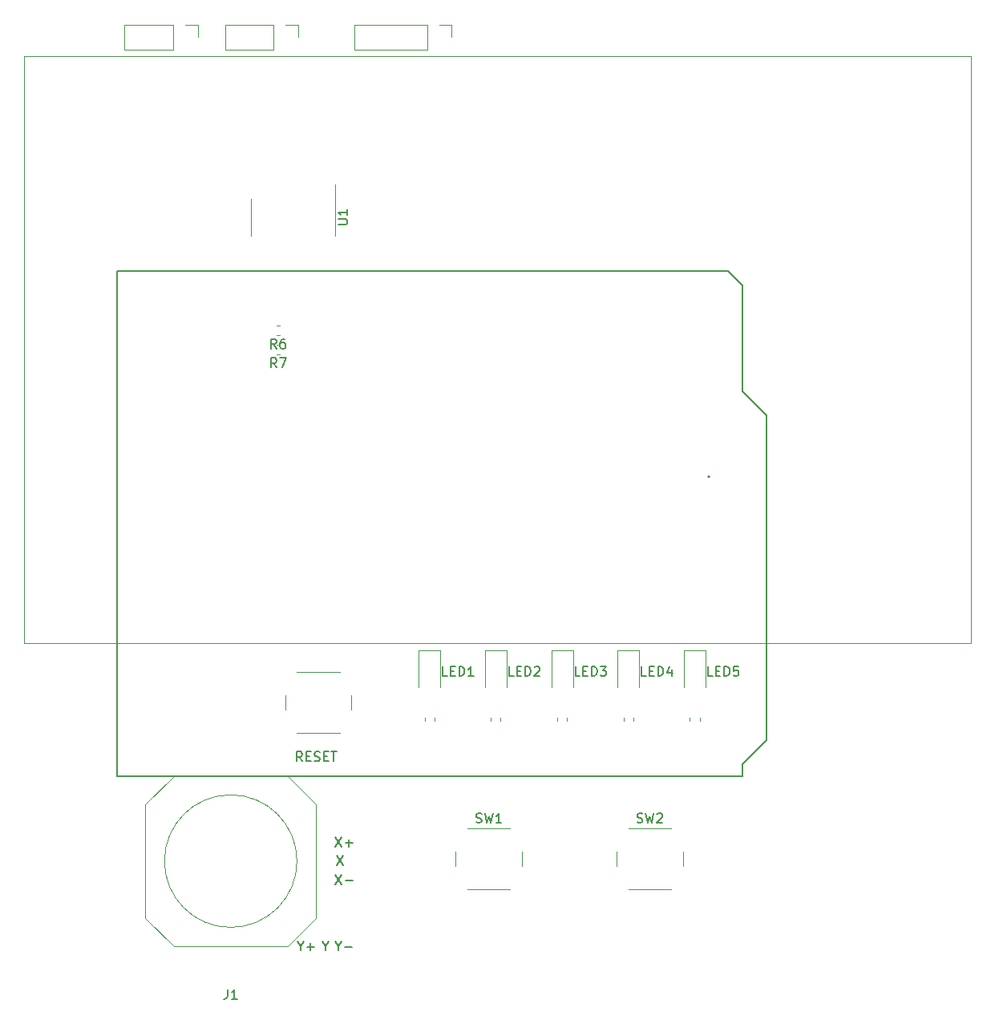
<source format=gbr>
G04 #@! TF.GenerationSoftware,KiCad,Pcbnew,5.1.5-52549c5~84~ubuntu19.04.1*
G04 #@! TF.CreationDate,2020-03-06T00:22:37-06:00*
G04 #@! TF.ProjectId,arduino-lab,61726475-696e-46f2-9d6c-61622e6b6963,rev?*
G04 #@! TF.SameCoordinates,Original*
G04 #@! TF.FileFunction,Legend,Top*
G04 #@! TF.FilePolarity,Positive*
%FSLAX46Y46*%
G04 Gerber Fmt 4.6, Leading zero omitted, Abs format (unit mm)*
G04 Created by KiCad (PCBNEW 5.1.5-52549c5~84~ubuntu19.04.1) date 2020-03-06 00:22:37*
%MOMM*%
%LPD*%
G04 APERTURE LIST*
%ADD10C,0.150000*%
%ADD11C,0.120000*%
G04 APERTURE END LIST*
D10*
X84547619Y-112452380D02*
X84214285Y-111976190D01*
X83976190Y-112452380D02*
X83976190Y-111452380D01*
X84357142Y-111452380D01*
X84452380Y-111500000D01*
X84500000Y-111547619D01*
X84547619Y-111642857D01*
X84547619Y-111785714D01*
X84500000Y-111880952D01*
X84452380Y-111928571D01*
X84357142Y-111976190D01*
X83976190Y-111976190D01*
X84976190Y-111928571D02*
X85309523Y-111928571D01*
X85452380Y-112452380D02*
X84976190Y-112452380D01*
X84976190Y-111452380D01*
X85452380Y-111452380D01*
X85833333Y-112404761D02*
X85976190Y-112452380D01*
X86214285Y-112452380D01*
X86309523Y-112404761D01*
X86357142Y-112357142D01*
X86404761Y-112261904D01*
X86404761Y-112166666D01*
X86357142Y-112071428D01*
X86309523Y-112023809D01*
X86214285Y-111976190D01*
X86023809Y-111928571D01*
X85928571Y-111880952D01*
X85880952Y-111833333D01*
X85833333Y-111738095D01*
X85833333Y-111642857D01*
X85880952Y-111547619D01*
X85928571Y-111500000D01*
X86023809Y-111452380D01*
X86261904Y-111452380D01*
X86404761Y-111500000D01*
X86833333Y-111928571D02*
X87166666Y-111928571D01*
X87309523Y-112452380D02*
X86833333Y-112452380D01*
X86833333Y-111452380D01*
X87309523Y-111452380D01*
X87595238Y-111452380D02*
X88166666Y-111452380D01*
X87880952Y-112452380D02*
X87880952Y-111452380D01*
D11*
X82162779Y-68490000D02*
X81837221Y-68490000D01*
X82162779Y-69510000D02*
X81837221Y-69510000D01*
X82162779Y-66490000D02*
X81837221Y-66490000D01*
X82162779Y-67510000D02*
X81837221Y-67510000D01*
X55200000Y-38000000D02*
X55200000Y-100000000D01*
X155200000Y-38000000D02*
X55200000Y-38000000D01*
X155200000Y-100000000D02*
X155200000Y-38000000D01*
X55200000Y-100000000D02*
X155200000Y-100000000D01*
D10*
X65000000Y-60660000D02*
X129516000Y-60660000D01*
X65000000Y-114000000D02*
X131040000Y-114000000D01*
X129516000Y-60660000D02*
X131040000Y-62184000D01*
X131040000Y-114000000D02*
X131040000Y-112730000D01*
X131040000Y-112730000D02*
X133580000Y-110190000D01*
X133580000Y-110190000D02*
X133580000Y-75900000D01*
X133580000Y-75900000D02*
X131040000Y-73360000D01*
X131040000Y-73360000D02*
X131040000Y-62184000D01*
X65000000Y-60660000D02*
X65000000Y-114000000D01*
D11*
X88035000Y-55000000D02*
X88035000Y-51550000D01*
X88035000Y-55000000D02*
X88035000Y-56950000D01*
X79165000Y-55000000D02*
X79165000Y-53050000D01*
X79165000Y-55000000D02*
X79165000Y-56950000D01*
X82750000Y-105500000D02*
X82750000Y-107000000D01*
X84000000Y-109500000D02*
X88500000Y-109500000D01*
X89750000Y-107000000D02*
X89750000Y-105500000D01*
X88500000Y-103000000D02*
X84000000Y-103000000D01*
X124750000Y-123500000D02*
X124750000Y-122000000D01*
X123500000Y-119500000D02*
X119000000Y-119500000D01*
X117750000Y-122000000D02*
X117750000Y-123500000D01*
X119000000Y-126000000D02*
X123500000Y-126000000D01*
X107750000Y-123500000D02*
X107750000Y-122000000D01*
X106500000Y-119500000D02*
X102000000Y-119500000D01*
X100750000Y-122000000D02*
X100750000Y-123500000D01*
X102000000Y-126000000D02*
X106500000Y-126000000D01*
X125490000Y-107837221D02*
X125490000Y-108162779D01*
X126510000Y-107837221D02*
X126510000Y-108162779D01*
X118490000Y-107837221D02*
X118490000Y-108162779D01*
X119510000Y-107837221D02*
X119510000Y-108162779D01*
X111490000Y-107837221D02*
X111490000Y-108162779D01*
X112510000Y-107837221D02*
X112510000Y-108162779D01*
X104490000Y-107837221D02*
X104490000Y-108162779D01*
X105510000Y-107837221D02*
X105510000Y-108162779D01*
X97490000Y-107837221D02*
X97490000Y-108162779D01*
X98510000Y-107837221D02*
X98510000Y-108162779D01*
X100330000Y-34670000D02*
X100330000Y-36000000D01*
X99000000Y-34670000D02*
X100330000Y-34670000D01*
X97730000Y-34670000D02*
X97730000Y-37330000D01*
X97730000Y-37330000D02*
X90050000Y-37330000D01*
X97730000Y-34670000D02*
X90050000Y-34670000D01*
X90050000Y-34670000D02*
X90050000Y-37330000D01*
X84130000Y-34670000D02*
X84130000Y-36000000D01*
X82800000Y-34670000D02*
X84130000Y-34670000D01*
X81530000Y-34670000D02*
X81530000Y-37330000D01*
X81530000Y-37330000D02*
X76390000Y-37330000D01*
X81530000Y-34670000D02*
X76390000Y-34670000D01*
X76390000Y-34670000D02*
X76390000Y-37330000D01*
X73530000Y-34670000D02*
X73530000Y-36000000D01*
X72200000Y-34670000D02*
X73530000Y-34670000D01*
X70930000Y-34670000D02*
X70930000Y-37330000D01*
X70930000Y-37330000D02*
X65790000Y-37330000D01*
X70930000Y-34670000D02*
X65790000Y-34670000D01*
X65790000Y-34670000D02*
X65790000Y-37330000D01*
X83000000Y-132000000D02*
X86000000Y-129000000D01*
X71000000Y-132000000D02*
X83000000Y-132000000D01*
X68000000Y-129000000D02*
X71000000Y-132000000D01*
X68000000Y-117000000D02*
X68000000Y-129000000D01*
X71000000Y-114000000D02*
X68000000Y-117000000D01*
X83000000Y-114000000D02*
X71000000Y-114000000D01*
X86000000Y-117000000D02*
X83000000Y-114000000D01*
X86000000Y-129000000D02*
X86000000Y-117000000D01*
X84000000Y-123000000D02*
G75*
G03X84000000Y-123000000I-7000000J0D01*
G01*
X124865000Y-100715000D02*
X124865000Y-104600000D01*
X127135000Y-100715000D02*
X124865000Y-100715000D01*
X127135000Y-104600000D02*
X127135000Y-100715000D01*
X117865000Y-100715000D02*
X117865000Y-104600000D01*
X120135000Y-100715000D02*
X117865000Y-100715000D01*
X120135000Y-104600000D02*
X120135000Y-100715000D01*
X110865000Y-100715000D02*
X110865000Y-104600000D01*
X113135000Y-100715000D02*
X110865000Y-100715000D01*
X113135000Y-104600000D02*
X113135000Y-100715000D01*
X103865000Y-100715000D02*
X103865000Y-104600000D01*
X106135000Y-100715000D02*
X103865000Y-100715000D01*
X106135000Y-104600000D02*
X106135000Y-100715000D01*
X96865000Y-100715000D02*
X96865000Y-104600000D01*
X99135000Y-100715000D02*
X96865000Y-100715000D01*
X99135000Y-104600000D02*
X99135000Y-100715000D01*
D10*
X81833333Y-70882380D02*
X81500000Y-70406190D01*
X81261904Y-70882380D02*
X81261904Y-69882380D01*
X81642857Y-69882380D01*
X81738095Y-69930000D01*
X81785714Y-69977619D01*
X81833333Y-70072857D01*
X81833333Y-70215714D01*
X81785714Y-70310952D01*
X81738095Y-70358571D01*
X81642857Y-70406190D01*
X81261904Y-70406190D01*
X82166666Y-69882380D02*
X82833333Y-69882380D01*
X82404761Y-70882380D01*
X81833333Y-68882380D02*
X81500000Y-68406190D01*
X81261904Y-68882380D02*
X81261904Y-67882380D01*
X81642857Y-67882380D01*
X81738095Y-67930000D01*
X81785714Y-67977619D01*
X81833333Y-68072857D01*
X81833333Y-68215714D01*
X81785714Y-68310952D01*
X81738095Y-68358571D01*
X81642857Y-68406190D01*
X81261904Y-68406190D01*
X82690476Y-67882380D02*
X82500000Y-67882380D01*
X82404761Y-67930000D01*
X82357142Y-67977619D01*
X82261904Y-68120476D01*
X82214285Y-68310952D01*
X82214285Y-68691904D01*
X82261904Y-68787142D01*
X82309523Y-68834761D01*
X82404761Y-68882380D01*
X82595238Y-68882380D01*
X82690476Y-68834761D01*
X82738095Y-68787142D01*
X82785714Y-68691904D01*
X82785714Y-68453809D01*
X82738095Y-68358571D01*
X82690476Y-68310952D01*
X82595238Y-68263333D01*
X82404761Y-68263333D01*
X82309523Y-68310952D01*
X82261904Y-68358571D01*
X82214285Y-68453809D01*
X127484000Y-82353142D02*
X127531619Y-82400761D01*
X127484000Y-82448380D01*
X127436380Y-82400761D01*
X127484000Y-82353142D01*
X127484000Y-82448380D01*
X88332380Y-55761904D02*
X89141904Y-55761904D01*
X89237142Y-55714285D01*
X89284761Y-55666666D01*
X89332380Y-55571428D01*
X89332380Y-55380952D01*
X89284761Y-55285714D01*
X89237142Y-55238095D01*
X89141904Y-55190476D01*
X88332380Y-55190476D01*
X89332380Y-54190476D02*
X89332380Y-54761904D01*
X89332380Y-54476190D02*
X88332380Y-54476190D01*
X88475238Y-54571428D01*
X88570476Y-54666666D01*
X88618095Y-54761904D01*
X119916666Y-118904761D02*
X120059523Y-118952380D01*
X120297619Y-118952380D01*
X120392857Y-118904761D01*
X120440476Y-118857142D01*
X120488095Y-118761904D01*
X120488095Y-118666666D01*
X120440476Y-118571428D01*
X120392857Y-118523809D01*
X120297619Y-118476190D01*
X120107142Y-118428571D01*
X120011904Y-118380952D01*
X119964285Y-118333333D01*
X119916666Y-118238095D01*
X119916666Y-118142857D01*
X119964285Y-118047619D01*
X120011904Y-118000000D01*
X120107142Y-117952380D01*
X120345238Y-117952380D01*
X120488095Y-118000000D01*
X120821428Y-117952380D02*
X121059523Y-118952380D01*
X121250000Y-118238095D01*
X121440476Y-118952380D01*
X121678571Y-117952380D01*
X122011904Y-118047619D02*
X122059523Y-118000000D01*
X122154761Y-117952380D01*
X122392857Y-117952380D01*
X122488095Y-118000000D01*
X122535714Y-118047619D01*
X122583333Y-118142857D01*
X122583333Y-118238095D01*
X122535714Y-118380952D01*
X121964285Y-118952380D01*
X122583333Y-118952380D01*
X102916666Y-118904761D02*
X103059523Y-118952380D01*
X103297619Y-118952380D01*
X103392857Y-118904761D01*
X103440476Y-118857142D01*
X103488095Y-118761904D01*
X103488095Y-118666666D01*
X103440476Y-118571428D01*
X103392857Y-118523809D01*
X103297619Y-118476190D01*
X103107142Y-118428571D01*
X103011904Y-118380952D01*
X102964285Y-118333333D01*
X102916666Y-118238095D01*
X102916666Y-118142857D01*
X102964285Y-118047619D01*
X103011904Y-118000000D01*
X103107142Y-117952380D01*
X103345238Y-117952380D01*
X103488095Y-118000000D01*
X103821428Y-117952380D02*
X104059523Y-118952380D01*
X104250000Y-118238095D01*
X104440476Y-118952380D01*
X104678571Y-117952380D01*
X105583333Y-118952380D02*
X105011904Y-118952380D01*
X105297619Y-118952380D02*
X105297619Y-117952380D01*
X105202380Y-118095238D01*
X105107142Y-118190476D01*
X105011904Y-118238095D01*
X76666666Y-136549380D02*
X76666666Y-137263666D01*
X76619047Y-137406523D01*
X76523809Y-137501761D01*
X76380952Y-137549380D01*
X76285714Y-137549380D01*
X77666666Y-137549380D02*
X77095238Y-137549380D01*
X77380952Y-137549380D02*
X77380952Y-136549380D01*
X77285714Y-136692238D01*
X77190476Y-136787476D01*
X77095238Y-136835095D01*
X88380952Y-131976190D02*
X88380952Y-132452380D01*
X88047619Y-131452380D02*
X88380952Y-131976190D01*
X88714285Y-131452380D01*
X89047619Y-132071428D02*
X89809523Y-132071428D01*
X87000000Y-131976190D02*
X87000000Y-132452380D01*
X86666666Y-131452380D02*
X87000000Y-131976190D01*
X87333333Y-131452380D01*
X84380952Y-131976190D02*
X84380952Y-132452380D01*
X84047619Y-131452380D02*
X84380952Y-131976190D01*
X84714285Y-131452380D01*
X85047619Y-132071428D02*
X85809523Y-132071428D01*
X85428571Y-132452380D02*
X85428571Y-131690476D01*
X88047619Y-124452380D02*
X88714285Y-125452380D01*
X88714285Y-124452380D02*
X88047619Y-125452380D01*
X89095238Y-125071428D02*
X89857142Y-125071428D01*
X88166666Y-122452380D02*
X88833333Y-123452380D01*
X88833333Y-122452380D02*
X88166666Y-123452380D01*
X88047619Y-120452380D02*
X88714285Y-121452380D01*
X88714285Y-120452380D02*
X88047619Y-121452380D01*
X89095238Y-121071428D02*
X89857142Y-121071428D01*
X89476190Y-121452380D02*
X89476190Y-120690476D01*
X127880952Y-103452380D02*
X127404761Y-103452380D01*
X127404761Y-102452380D01*
X128214285Y-102928571D02*
X128547619Y-102928571D01*
X128690476Y-103452380D02*
X128214285Y-103452380D01*
X128214285Y-102452380D01*
X128690476Y-102452380D01*
X129119047Y-103452380D02*
X129119047Y-102452380D01*
X129357142Y-102452380D01*
X129500000Y-102500000D01*
X129595238Y-102595238D01*
X129642857Y-102690476D01*
X129690476Y-102880952D01*
X129690476Y-103023809D01*
X129642857Y-103214285D01*
X129595238Y-103309523D01*
X129500000Y-103404761D01*
X129357142Y-103452380D01*
X129119047Y-103452380D01*
X130595238Y-102452380D02*
X130119047Y-102452380D01*
X130071428Y-102928571D01*
X130119047Y-102880952D01*
X130214285Y-102833333D01*
X130452380Y-102833333D01*
X130547619Y-102880952D01*
X130595238Y-102928571D01*
X130642857Y-103023809D01*
X130642857Y-103261904D01*
X130595238Y-103357142D01*
X130547619Y-103404761D01*
X130452380Y-103452380D01*
X130214285Y-103452380D01*
X130119047Y-103404761D01*
X130071428Y-103357142D01*
X120880952Y-103452380D02*
X120404761Y-103452380D01*
X120404761Y-102452380D01*
X121214285Y-102928571D02*
X121547619Y-102928571D01*
X121690476Y-103452380D02*
X121214285Y-103452380D01*
X121214285Y-102452380D01*
X121690476Y-102452380D01*
X122119047Y-103452380D02*
X122119047Y-102452380D01*
X122357142Y-102452380D01*
X122500000Y-102500000D01*
X122595238Y-102595238D01*
X122642857Y-102690476D01*
X122690476Y-102880952D01*
X122690476Y-103023809D01*
X122642857Y-103214285D01*
X122595238Y-103309523D01*
X122500000Y-103404761D01*
X122357142Y-103452380D01*
X122119047Y-103452380D01*
X123547619Y-102785714D02*
X123547619Y-103452380D01*
X123309523Y-102404761D02*
X123071428Y-103119047D01*
X123690476Y-103119047D01*
X113880952Y-103452380D02*
X113404761Y-103452380D01*
X113404761Y-102452380D01*
X114214285Y-102928571D02*
X114547619Y-102928571D01*
X114690476Y-103452380D02*
X114214285Y-103452380D01*
X114214285Y-102452380D01*
X114690476Y-102452380D01*
X115119047Y-103452380D02*
X115119047Y-102452380D01*
X115357142Y-102452380D01*
X115500000Y-102500000D01*
X115595238Y-102595238D01*
X115642857Y-102690476D01*
X115690476Y-102880952D01*
X115690476Y-103023809D01*
X115642857Y-103214285D01*
X115595238Y-103309523D01*
X115500000Y-103404761D01*
X115357142Y-103452380D01*
X115119047Y-103452380D01*
X116023809Y-102452380D02*
X116642857Y-102452380D01*
X116309523Y-102833333D01*
X116452380Y-102833333D01*
X116547619Y-102880952D01*
X116595238Y-102928571D01*
X116642857Y-103023809D01*
X116642857Y-103261904D01*
X116595238Y-103357142D01*
X116547619Y-103404761D01*
X116452380Y-103452380D01*
X116166666Y-103452380D01*
X116071428Y-103404761D01*
X116023809Y-103357142D01*
X106880952Y-103452380D02*
X106404761Y-103452380D01*
X106404761Y-102452380D01*
X107214285Y-102928571D02*
X107547619Y-102928571D01*
X107690476Y-103452380D02*
X107214285Y-103452380D01*
X107214285Y-102452380D01*
X107690476Y-102452380D01*
X108119047Y-103452380D02*
X108119047Y-102452380D01*
X108357142Y-102452380D01*
X108500000Y-102500000D01*
X108595238Y-102595238D01*
X108642857Y-102690476D01*
X108690476Y-102880952D01*
X108690476Y-103023809D01*
X108642857Y-103214285D01*
X108595238Y-103309523D01*
X108500000Y-103404761D01*
X108357142Y-103452380D01*
X108119047Y-103452380D01*
X109071428Y-102547619D02*
X109119047Y-102500000D01*
X109214285Y-102452380D01*
X109452380Y-102452380D01*
X109547619Y-102500000D01*
X109595238Y-102547619D01*
X109642857Y-102642857D01*
X109642857Y-102738095D01*
X109595238Y-102880952D01*
X109023809Y-103452380D01*
X109642857Y-103452380D01*
X99880952Y-103452380D02*
X99404761Y-103452380D01*
X99404761Y-102452380D01*
X100214285Y-102928571D02*
X100547619Y-102928571D01*
X100690476Y-103452380D02*
X100214285Y-103452380D01*
X100214285Y-102452380D01*
X100690476Y-102452380D01*
X101119047Y-103452380D02*
X101119047Y-102452380D01*
X101357142Y-102452380D01*
X101500000Y-102500000D01*
X101595238Y-102595238D01*
X101642857Y-102690476D01*
X101690476Y-102880952D01*
X101690476Y-103023809D01*
X101642857Y-103214285D01*
X101595238Y-103309523D01*
X101500000Y-103404761D01*
X101357142Y-103452380D01*
X101119047Y-103452380D01*
X102642857Y-103452380D02*
X102071428Y-103452380D01*
X102357142Y-103452380D02*
X102357142Y-102452380D01*
X102261904Y-102595238D01*
X102166666Y-102690476D01*
X102071428Y-102738095D01*
M02*

</source>
